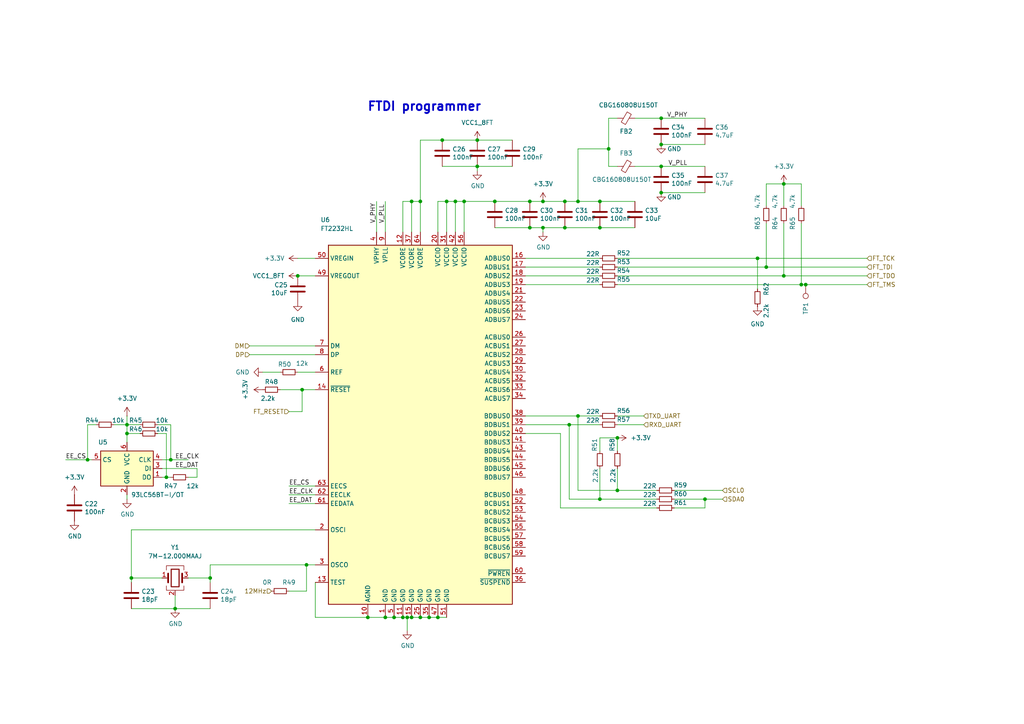
<source format=kicad_sch>
(kicad_sch (version 20250114) (generator "eeschema") (generator_version "9.0")
  (paper "A4")
  (title_block (date "2026-01-17") (rev "0") (comment 1 "Ing. Daniele Basile") (comment 2 "asterix24@gmail.com"))
  (lib_symbols
    (symbol "Device:C" (pin_numbers (hide yes)) (pin_names (offset 0.254))
      (property "Reference" "C" (at 0.635 2.54 0))
      (property "Value" "C" (at 0.635 -2.54 0))
      (symbol "C_0_1"
        (polyline (pts (xy -2.032 0.762) (xy 2.032 0.762)) (stroke (width 0.508)))
        (polyline (pts (xy -2.032 -0.762) (xy 2.032 -0.762)) (stroke (width 0.508)))
      )
      (symbol "C_1_1"
        (pin passive line (at 0 3.81 270) (length 2.794) (name "~") (number "1"))
        (pin passive line (at 0 -3.81 90) (length 2.794) (name "~") (number "2"))
      )
    )
    (symbol "Device:Crystal_GND24" (pin_names (offset 1.016) (hide yes))
      (property "Reference" "Y" (at 3.175 5.08 0))
      (property "Value" "Crystal_GND24" (at 3.175 3.175 0))
      (symbol "Crystal_GND24_0_1"
        (polyline (pts (xy -2.54 2.286) (xy -2.54 3.556) (xy 2.54 3.556) (xy 2.54 2.286)))
        (polyline (pts (xy -2.54 0) (xy -2.032 0)))
        (polyline (pts (xy -2.54 -2.286) (xy -2.54 -3.556) (xy 2.54 -3.556) (xy 2.54 -2.286)))
        (polyline (pts (xy -2.032 -1.27) (xy -2.032 1.27)) (stroke (width 0.508)))
        (rectangle (start -1.143 2.54) (end 1.143 -2.54) (stroke (width 0.3048)))
        (polyline (pts (xy 0 -3.81) (xy 0 -3.556)))
        (polyline (pts (xy 2.032 0) (xy 2.54 0)))
        (polyline (pts (xy 2.032 -1.27) (xy 2.032 1.27)) (stroke (width 0.508)))
      )
      (symbol "Crystal_GND24_1_1"
        (pin passive line (at -3.81 0 0) (length 1.27) (name "1") (number "1"))
        (pin passive line (at 0 -5.08 90) (length 1.27) (name "G") (number "2"))
        (pin passive line (at 0 -5.08 90) (length 1.27) (hide yes) (name "G") (number "4"))
        (pin passive line (at 3.81 0 180) (length 1.27) (name "3") (number "3"))
      )
    )
    (symbol "Interface_USB:FT2232HL"
      (property "Reference" "U" (at -26.67 53.34 0))
      (property "Value" "FT2232HL" (at 19.05 53.34 0))
      (symbol "FT2232HL_0_1"
        (rectangle (start -26.67 -52.07) (end 26.67 52.07) (stroke (width 0.254)) (fill (type background)))
      )
      (symbol "FT2232HL_1_1"
        (pin power_in line (at -30.48 48.26 0) (length 3.81) (name "VREGIN") (number "50"))
        (pin power_out line (at -30.48 43.18 0) (length 3.81) (name "VREGOUT") (number "49"))
        (pin bidirectional line (at -30.48 22.86 0) (length 3.81) (name "DM") (number "7"))
        (pin bidirectional line (at -30.48 20.32 0) (length 3.81) (name "DP") (number "8"))
        (pin output line (at -30.48 15.24 0) (length 3.81) (name "REF") (number "6"))
        (pin input line (at -30.48 10.16 0) (length 3.81) (name "~{RESET}") (number "14"))
        (pin output line (at -30.48 -17.78 0) (length 3.81) (name "EECS") (number "63"))
        (pin output line (at -30.48 -20.32 0) (length 3.81) (name "EECLK") (number "62"))
        (pin bidirectional line (at -30.48 -22.86 0) (length 3.81) (name "EEDATA") (number "61"))
        (pin input line (at -30.48 -30.48 0) (length 3.81) (name "OSCI") (number "2"))
        (pin output line (at -30.48 -40.64 0) (length 3.81) (name "OSCO") (number "3"))
        (pin input line (at -30.48 -45.72 0) (length 3.81) (name "TEST") (number "13"))
        (pin power_in line (at -15.24 -55.88 90) (length 3.81) (name "AGND") (number "10"))
        (pin power_in line (at -12.7 55.88 270) (length 3.81) (name "VPHY") (number "4"))
        (pin input line (at -10.16 55.88 270) (length 3.81) (name "VPLL") (number "9"))
        (pin power_in line (at -10.16 -55.88 90) (length 3.81) (name "GND") (number "1"))
        (pin power_in line (at -7.62 -55.88 90) (length 3.81) (name "GND") (number "5"))
        (pin power_in line (at -5.08 55.88 270) (length 3.81) (name "VCORE") (number "12"))
        (pin power_in line (at -5.08 -55.88 90) (length 3.81) (name "GND") (number "11"))
        (pin power_in line (at -2.54 55.88 270) (length 3.81) (name "VCORE") (number "37"))
        (pin power_in line (at -2.54 -55.88 90) (length 3.81) (name "GND") (number "15"))
        (pin power_in line (at 0 55.88 270) (length 3.81) (name "VCORE") (number "64"))
        (pin power_in line (at 0 -55.88 90) (length 3.81) (name "GND") (number "25"))
        (pin power_in line (at 2.54 -55.88 90) (length 3.81) (name "GND") (number "35"))
        (pin power_in line (at 5.08 55.88 270) (length 3.81) (name "VCCIO") (number "20"))
        (pin power_in line (at 5.08 -55.88 90) (length 3.81) (name "GND") (number "47"))
        (pin power_in line (at 7.62 55.88 270) (length 3.81) (name "VCCIO") (number "31"))
        (pin power_in line (at 7.62 -55.88 90) (length 3.81) (name "GND") (number "51"))
        (pin power_in line (at 10.16 55.88 270) (length 3.81) (name "VCCIO") (number "42"))
        (pin power_in line (at 12.7 55.88 270) (length 3.81) (name "VCCIO") (number "56"))
        (pin bidirectional line (at 30.48 48.26 180) (length 3.81) (name "ADBUS0") (number "16"))
        (pin bidirectional line (at 30.48 45.72 180) (length 3.81) (name "ADBUS1") (number "17"))
        (pin bidirectional line (at 30.48 43.18 180) (length 3.81) (name "ADBUS2") (number "18"))
        (pin bidirectional line (at 30.48 40.64 180) (length 3.81) (name "ADBUS3") (number "19"))
        (pin bidirectional line (at 30.48 38.1 180) (length 3.81) (name "ADBUS4") (number "21"))
        (pin bidirectional line (at 30.48 35.56 180) (length 3.81) (name "ADBUS5") (number "22"))
        (pin bidirectional line (at 30.48 33.02 180) (length 3.81) (name "ADBUS6") (number "23"))
        (pin bidirectional line (at 30.48 30.48 180) (length 3.81) (name "ADBUS7") (number "24"))
        (pin bidirectional line (at 30.48 25.4 180) (length 3.81) (name "ACBUS0") (number "26"))
        (pin bidirectional line (at 30.48 22.86 180) (length 3.81) (name "ACBUS1") (number "27"))
        (pin bidirectional line (at 30.48 20.32 180) (length 3.81) (name "ACBUS2") (number "28"))
        (pin bidirectional line (at 30.48 17.78 180) (length 3.81) (name "ACBUS3") (number "29"))
        (pin bidirectional line (at 30.48 15.24 180) (length 3.81) (name "ACBUS4") (number "30"))
        (pin bidirectional line (at 30.48 12.7 180) (length 3.81) (name "ACBUS5") (number "32"))
        (pin bidirectional line (at 30.48 10.16 180) (length 3.81) (name "ACBUS6") (number "33"))
        (pin bidirectional line (at 30.48 7.62 180) (length 3.81) (name "ACBUS7") (number "34"))
        (pin bidirectional line (at 30.48 2.54 180) (length 3.81) (name "BDBUS0") (number "38"))
        (pin bidirectional line (at 30.48 0 180) (length 3.81) (name "BDBUS1") (number "39"))
        (pin bidirectional line (at 30.48 -2.54 180) (length 3.81) (name "BDBUS2") (number "40"))
        (pin bidirectional line (at 30.48 -5.08 180) (length 3.81) (name "BDBUS3") (number "41"))
        (pin bidirectional line (at 30.48 -7.62 180) (length 3.81) (name "BDBUS4") (number "43"))
        (pin bidirectional line (at 30.48 -10.16 180) (length 3.81) (name "BDBUS5") (number "44"))
        (pin bidirectional line (at 30.48 -12.7 180) (length 3.81) (name "BDBUS6") (number "45"))
        (pin bidirectional line (at 30.48 -15.24 180) (length 3.81) (name "BDBUS7") (number "46"))
        (pin bidirectional line (at 30.48 -20.32 180) (length 3.81) (name "BCBUS0") (number "48"))
        (pin bidirectional line (at 30.48 -22.86 180) (length 3.81) (name "BCBUS1") (number "52"))
        (pin bidirectional line (at 30.48 -25.4 180) (length 3.81) (name "BCBUS2") (number "53"))
        (pin bidirectional line (at 30.48 -27.94 180) (length 3.81) (name "BCBUS3") (number "54"))
        (pin bidirectional line (at 30.48 -30.48 180) (length 3.81) (name "BCBUS4") (number "55"))
        (pin bidirectional line (at 30.48 -33.02 180) (length 3.81) (name "BCBUS5") (number "57"))
        (pin bidirectional line (at 30.48 -35.56 180) (length 3.81) (name "BCBUS6") (number "58"))
        (pin bidirectional line (at 30.48 -38.1 180) (length 3.81) (name "BCBUS7") (number "59"))
        (pin output line (at 30.48 -43.18 180) (length 3.81) (name "~{PWREN}") (number "60"))
        (pin output line (at 30.48 -45.72 180) (length 3.81) (name "~{SUSPEND}") (number "36"))
      )
    )
    (symbol "UPduino_v3.0:93LCxxBxxOT-Memory_EEPROM"
      (property "Reference" "U" (at -6.35 6.35 0))
      (property "Value" "93LCxxBxxOT-Memory_EEPROM" (at 7.62 -6.35 0))
      (symbol "93LCxxBxxOT-Memory_EEPROM_0_1"
        (rectangle (start -7.62 5.08) (end 7.62 -5.08) (stroke (width 0.254)) (fill (type background)))
      )
      (symbol "93LCxxBxxOT-Memory_EEPROM_1_1"
        (pin input line (at -10.16 2.54 0) (length 2.54) (name "CS") (number "5"))
        (pin power_in line (at 0 7.62 270) (length 2.54) (name "VCC") (number "6"))
        (pin power_in line (at 0 -7.62 90) (length 2.54) (name "GND") (number "2"))
        (pin input line (at 10.16 2.54 180) (length 2.54) (name "CLK") (number "4"))
        (pin input line (at 10.16 0 180) (length 2.54) (name "DI") (number "3"))
        (pin tri_state line (at 10.16 -2.54 180) (length 2.54) (name "DO") (number "1"))
      )
    )
    (symbol "UPduino_v3.0:Connector_TestPoint" (pin_numbers (hide yes)) (pin_names (offset 0.762) (hide yes))
      (property "Reference" "TP" (at 0 6.858 0))
      (property "Value" "Connector_TestPoint" (at 0 5.08 0))
      (symbol "Connector_TestPoint_0_1"
        (circle (center 0 3.302) (radius 0.762))
      )
      (symbol "Connector_TestPoint_1_1"
        (pin passive line (at 0 0 90) (length 2.54) (name "1") (number "1"))
      )
    )
    (symbol "UPduino_v3.0:Device_C" (pin_numbers (hide yes)) (pin_names (offset 0.254))
      (property "Reference" "C" (at 0.635 2.54 0))
      (property "Value" "Device_C" (at 0.635 -2.54 0))
      (symbol "Device_C_0_1"
        (polyline (pts (xy -2.032 0.762) (xy 2.032 0.762)) (stroke (width 0.508)))
        (polyline (pts (xy -2.032 -0.762) (xy 2.032 -0.762)) (stroke (width 0.508)))
      )
      (symbol "Device_C_1_1"
        (pin passive line (at 0 3.81 270) (length 2.794) (name "~") (number "1"))
        (pin passive line (at 0 -3.81 90) (length 2.794) (name "~") (number "2"))
      )
    )
    (symbol "UPduino_v3.0:Device_Ferrite_Bead_Small" (pin_numbers (hide yes)) (pin_names (offset 0))
      (property "Reference" "FB" (at 1.905 1.27 0))
      (property "Value" "Device_Ferrite_Bead_Small" (at 1.905 -1.27 0))
      (symbol "Device_Ferrite_Bead_Small_0_1"
        (polyline (pts (xy -1.8288 0.2794) (xy -1.1176 1.4986) (xy 1.8288 -0.2032) (xy 1.1176 -1.4224) (xy -1.8288 0.2794)))
        (polyline (pts (xy 0 0.889) (xy 0 1.2954)))
        (polyline (pts (xy 0 -1.27) (xy 0 -0.7874)))
      )
      (symbol "Device_Ferrite_Bead_Small_1_1"
        (pin passive line (at 0 2.54 270) (length 1.27) (name "~") (number "1"))
        (pin passive line (at 0 -2.54 90) (length 1.27) (name "~") (number "2"))
      )
    )
    (symbol "UPduino_v3.0:Device_R_Small" (pin_numbers (hide yes)) (pin_names (offset 0.254) (hide yes))
      (property "Reference" "R" (at 0.762 0.508 0))
      (property "Value" "Device_R_Small" (at 0.762 -1.016 0))
      (symbol "Device_R_Small_0_1"
        (rectangle (start -0.762 1.778) (end 0.762 -1.778) (stroke (width 0.2032)))
      )
      (symbol "Device_R_Small_1_1"
        (pin passive line (at 0 2.54 270) (length 0.762) (name "~") (number "1"))
        (pin passive line (at 0 -2.54 90) (length 0.762) (name "~") (number "2"))
      )
    )
    (symbol "UPduino_v3.0:power_GND" (power) (pin_names (offset 0))
      (property "Value" "power_GND" (at 0 -3.81 0))
      (symbol "power_GND_0_1"
        (polyline (pts (xy 0 0) (xy 0 -1.27) (xy 1.27 -1.27) (xy 0 -2.54) (xy -1.27 -1.27) (xy 0 -1.27)))
      )
      (symbol "power_GND_1_1"
        (pin power_in line (at 0 0 270) (length 0) (hide yes) (name "GND") (number "1"))
      )
    )
    (symbol "power:+3.3V" (power) (pin_numbers (hide yes)) (pin_names (offset 0) (hide yes))
      (property "Value" "+3.3V" (at 0 3.556 0))
      (symbol "+3.3V_0_1"
        (polyline (pts (xy -0.762 1.27) (xy 0 2.54)))
        (polyline (pts (xy 0 2.54) (xy 0.762 1.27)))
        (polyline (pts (xy 0 0) (xy 0 2.54)))
      )
      (symbol "+3.3V_1_1"
        (pin power_in line (at 0 0 90) (length 0) (name "~") (number "1"))
      )
    )
    (symbol "power:GND" (power) (pin_numbers (hide yes)) (pin_names (offset 0) (hide yes))
      (property "Value" "GND" (at 0 -3.81 0))
      (symbol "GND_0_1"
        (polyline (pts (xy 0 0) (xy 0 -1.27) (xy 1.27 -1.27) (xy 0 -2.54) (xy -1.27 -1.27) (xy 0 -1.27)))
      )
      (symbol "GND_1_1"
        (pin power_in line (at 0 0 270) (length 0) (name "~") (number "1"))
      )
    )
  )
  (text "FTDI programmer" (at 106.426 32.512 0) (effects (font (size 2.54 2.54) (thickness 0.508) (bold yes)) (justify left bottom)))
  (junction (at 25.4 133.35))
  (junction (at 138.43 48.26))
  (junction (at 119.38 179.07))
  (junction (at 121.92 179.07))
  (junction (at 176.53 43.18))
  (junction (at 191.77 41.91))
  (junction (at 114.3 179.07))
  (junction (at 173.99 144.78))
  (junction (at 232.41 82.55))
  (junction (at 179.07 142.24))
  (junction (at 60.96 167.64))
  (junction (at 167.64 120.65))
  (junction (at 128.27 40.64))
  (junction (at 36.83 125.73))
  (junction (at 143.51 58.42))
  (junction (at 121.92 58.42))
  (junction (at 204.47 144.78))
  (junction (at 48.26 138.43))
  (junction (at 111.76 179.07))
  (junction (at 50.8 176.53))
  (junction (at 153.67 66.04))
  (junction (at 173.99 66.04))
  (junction (at 222.25 77.47))
  (junction (at 127 179.07))
  (junction (at 227.33 80.01))
  (junction (at 138.43 40.64))
  (junction (at 163.83 66.04))
  (junction (at 49.53 133.35))
  (junction (at 167.64 58.42))
  (junction (at 86.36 80.01))
  (junction (at 191.77 34.29))
  (junction (at 153.67 58.42))
  (junction (at 119.38 58.42))
  (junction (at 227.33 53.34))
  (junction (at 88.9 163.83))
  (junction (at 219.71 74.93))
  (junction (at 116.84 179.07))
  (junction (at 173.99 58.42))
  (junction (at 106.68 179.07))
  (junction (at 179.07 127))
  (junction (at 87.63 113.03))
  (junction (at 157.48 58.42))
  (junction (at 233.68 82.55))
  (junction (at 157.48 66.04))
  (junction (at 165.1 123.19))
  (junction (at 38.1 167.64))
  (junction (at 191.77 48.26))
  (junction (at 191.77 55.88))
  (junction (at 118.11 179.07))
  (junction (at 163.83 58.42))
  (junction (at 134.62 58.42))
  (junction (at 129.54 58.42))
  (junction (at 36.83 123.19))
  (junction (at 124.46 179.07))
  (junction (at 132.08 58.42))
  (wire (pts (xy 179.07 77.47) (xy 222.25 77.47)))
  (wire (pts (xy 46.99 138.43) (xy 48.26 138.43)))
  (wire (pts (xy 45.72 123.19) (xy 49.53 123.19)))
  (wire (pts (xy 173.99 66.04) (xy 184.15 66.04)))
  (wire (pts (xy 72.39 102.87) (xy 91.44 102.87)))
  (wire (pts (xy 118.11 179.07) (xy 119.38 179.07)))
  (wire (pts (xy 88.9 171.45) (xy 88.9 163.83)))
  (wire (pts (xy 33.02 123.19) (xy 36.83 123.19)))
  (wire (pts (xy 173.99 58.42) (xy 184.15 58.42)))
  (wire (pts (xy 152.4 123.19) (xy 165.1 123.19)))
  (wire (pts (xy 48.26 125.73) (xy 48.26 138.43)))
  (wire (pts (xy 219.71 74.93) (xy 219.71 83.82)))
  (wire (pts (xy 86.36 74.93) (xy 91.44 74.93)))
  (wire (pts (xy 157.48 66.04) (xy 163.83 66.04)))
  (wire (pts (xy 46.99 135.89) (xy 57.15 135.89)))
  (wire (pts (xy 40.64 125.73) (xy 36.83 125.73)))
  (wire (pts (xy 232.41 64.77) (xy 232.41 82.55)))
  (wire (pts (xy 176.53 34.29) (xy 179.07 34.29)))
  (wire (pts (xy 81.28 113.03) (xy 87.63 113.03)))
  (wire (pts (xy 204.47 41.91) (xy 191.77 41.91)))
  (wire (pts (xy 184.15 34.29) (xy 191.77 34.29)))
  (wire (pts (xy 157.48 58.42) (xy 163.83 58.42)))
  (wire (pts (xy 167.64 120.65) (xy 173.99 120.65)))
  (wire (pts (xy 138.43 48.26) (xy 148.59 48.26)))
  (wire (pts (xy 222.25 64.77) (xy 222.25 77.47)))
  (wire (pts (xy 38.1 153.67) (xy 38.1 167.64)))
  (wire (pts (xy 165.1 123.19) (xy 173.99 123.19)))
  (wire (pts (xy 222.25 53.34) (xy 227.33 53.34)))
  (wire (pts (xy 54.61 167.64) (xy 60.96 167.64)))
  (wire (pts (xy 27.94 123.19) (xy 25.4 123.19)))
  (wire (pts (xy 162.56 125.73) (xy 152.4 125.73)))
  (wire (pts (xy 152.4 80.01) (xy 173.99 80.01)))
  (wire (pts (xy 138.43 49.53) (xy 138.43 48.26)))
  (wire (pts (xy 60.96 163.83) (xy 60.96 167.64)))
  (wire (pts (xy 148.59 40.64) (xy 138.43 40.64)))
  (wire (pts (xy 49.53 123.19) (xy 49.53 133.35)))
  (wire (pts (xy 195.58 142.24) (xy 209.55 142.24)))
  (wire (pts (xy 118.11 182.88) (xy 118.11 179.07)))
  (wire (pts (xy 38.1 176.53) (xy 50.8 176.53)))
  (wire (pts (xy 119.38 179.07) (xy 121.92 179.07)))
  (wire (pts (xy 173.99 127) (xy 179.07 127)))
  (wire (pts (xy 127 67.31) (xy 127 58.42)))
  (wire (pts (xy 25.4 133.35) (xy 19.05 133.35)))
  (wire (pts (xy 128.27 40.64) (xy 121.92 40.64)))
  (wire (pts (xy 109.22 67.31) (xy 109.22 58.42)))
  (wire (pts (xy 163.83 58.42) (xy 167.64 58.42)))
  (wire (pts (xy 87.63 119.38) (xy 87.63 113.03)))
  (wire (pts (xy 60.96 168.91) (xy 60.96 167.64)))
  (wire (pts (xy 50.8 172.72) (xy 50.8 176.53)))
  (wire (pts (xy 119.38 67.31) (xy 119.38 58.42)))
  (wire (pts (xy 227.33 80.01) (xy 251.46 80.01)))
  (wire (pts (xy 173.99 135.89) (xy 173.99 144.78)))
  (wire (pts (xy 179.07 82.55) (xy 232.41 82.55)))
  (wire (pts (xy 91.44 107.95) (xy 86.36 107.95)))
  (wire (pts (xy 83.82 143.51) (xy 91.44 143.51)))
  (wire (pts (xy 232.41 53.34) (xy 227.33 53.34)))
  (wire (pts (xy 134.62 67.31) (xy 134.62 58.42)))
  (wire (pts (xy 179.07 135.89) (xy 179.07 142.24)))
  (wire (pts (xy 143.51 58.42) (xy 153.67 58.42)))
  (wire (pts (xy 167.64 43.18) (xy 167.64 58.42)))
  (wire (pts (xy 204.47 147.32) (xy 204.47 144.78)))
  (wire (pts (xy 83.82 146.05) (xy 91.44 146.05)))
  (wire (pts (xy 46.99 167.64) (xy 38.1 167.64)))
  (wire (pts (xy 121.92 40.64) (xy 121.92 58.42)))
  (wire (pts (xy 152.4 74.93) (xy 173.99 74.93)))
  (wire (pts (xy 167.64 142.24) (xy 179.07 142.24)))
  (wire (pts (xy 163.83 66.04) (xy 173.99 66.04)))
  (wire (pts (xy 49.53 133.35) (xy 54.61 133.35)))
  (wire (pts (xy 129.54 58.42) (xy 132.08 58.42)))
  (wire (pts (xy 114.3 179.07) (xy 116.84 179.07)))
  (wire (pts (xy 152.4 77.47) (xy 173.99 77.47)))
  (wire (pts (xy 116.84 58.42) (xy 119.38 58.42)))
  (wire (pts (xy 83.82 119.38) (xy 87.63 119.38)))
  (wire (pts (xy 138.43 40.64) (xy 128.27 40.64)))
  (wire (pts (xy 87.63 113.03) (xy 91.44 113.03)))
  (wire (pts (xy 134.62 58.42) (xy 143.51 58.42)))
  (wire (pts (xy 72.39 100.33) (xy 91.44 100.33)))
  (wire (pts (xy 111.76 179.07) (xy 114.3 179.07)))
  (wire (pts (xy 179.07 123.19) (xy 186.69 123.19)))
  (wire (pts (xy 173.99 130.81) (xy 173.99 127)))
  (wire (pts (xy 86.36 80.01) (xy 91.44 80.01)))
  (wire (pts (xy 227.33 53.34) (xy 227.33 59.69)))
  (wire (pts (xy 222.25 77.47) (xy 251.46 77.47)))
  (wire (pts (xy 106.68 179.07) (xy 111.76 179.07)))
  (wire (pts (xy 162.56 147.32) (xy 162.56 125.73)))
  (wire (pts (xy 167.64 142.24) (xy 167.64 120.65)))
  (wire (pts (xy 227.33 64.77) (xy 227.33 80.01)))
  (wire (pts (xy 176.53 48.26) (xy 179.07 48.26)))
  (wire (pts (xy 204.47 55.88) (xy 191.77 55.88)))
  (wire (pts (xy 116.84 67.31) (xy 116.84 58.42)))
  (wire (pts (xy 38.1 167.64) (xy 38.1 168.91)))
  (wire (pts (xy 25.4 123.19) (xy 25.4 133.35)))
  (wire (pts (xy 121.92 58.42) (xy 121.92 67.31)))
  (wire (pts (xy 46.99 133.35) (xy 49.53 133.35)))
  (wire (pts (xy 116.84 179.07) (xy 118.11 179.07)))
  (wire (pts (xy 111.76 67.31) (xy 111.76 58.42)))
  (wire (pts (xy 45.72 125.73) (xy 48.26 125.73)))
  (wire (pts (xy 176.53 43.18) (xy 176.53 48.26)))
  (wire (pts (xy 152.4 120.65) (xy 167.64 120.65)))
  (wire (pts (xy 152.4 82.55) (xy 173.99 82.55)))
  (wire (pts (xy 124.46 179.07) (xy 127 179.07)))
  (wire (pts (xy 48.26 138.43) (xy 49.53 138.43)))
  (wire (pts (xy 128.27 48.26) (xy 138.43 48.26)))
  (wire (pts (xy 195.58 147.32) (xy 204.47 147.32)))
  (wire (pts (xy 195.58 144.78) (xy 204.47 144.78)))
  (wire (pts (xy 91.44 163.83) (xy 88.9 163.83)))
  (wire (pts (xy 121.92 179.07) (xy 124.46 179.07)))
  (wire (pts (xy 191.77 48.26) (xy 204.47 48.26)))
  (wire (pts (xy 50.8 176.53) (xy 60.96 176.53)))
  (wire (pts (xy 179.07 127) (xy 179.07 130.81)))
  (wire (pts (xy 91.44 153.67) (xy 38.1 153.67)))
  (wire (pts (xy 153.67 66.04) (xy 157.48 66.04)))
  (wire (pts (xy 132.08 58.42) (xy 134.62 58.42)))
  (wire (pts (xy 54.61 138.43) (xy 57.15 138.43)))
  (wire (pts (xy 165.1 144.78) (xy 173.99 144.78)))
  (wire (pts (xy 204.47 144.78) (xy 209.55 144.78)))
  (wire (pts (xy 232.41 59.69) (xy 232.41 53.34)))
  (wire (pts (xy 129.54 179.07) (xy 127 179.07)))
  (wire (pts (xy 88.9 163.83) (xy 60.96 163.83)))
  (wire (pts (xy 91.44 179.07) (xy 106.68 179.07)))
  (wire (pts (xy 173.99 58.42) (xy 167.64 58.42)))
  (wire (pts (xy 40.64 123.19) (xy 36.83 123.19)))
  (wire (pts (xy 184.15 48.26) (xy 191.77 48.26)))
  (wire (pts (xy 36.83 123.19) (xy 36.83 125.73)))
  (wire (pts (xy 36.83 123.19) (xy 36.83 120.65)))
  (wire (pts (xy 57.15 138.43) (xy 57.15 135.89)))
  (wire (pts (xy 91.44 168.91) (xy 91.44 179.07)))
  (wire (pts (xy 179.07 74.93) (xy 219.71 74.93)))
  (wire (pts (xy 129.54 67.31) (xy 129.54 58.42)))
  (wire (pts (xy 233.68 82.55) (xy 251.46 82.55)))
  (wire (pts (xy 190.5 147.32) (xy 162.56 147.32)))
  (wire (pts (xy 191.77 34.29) (xy 204.47 34.29)))
  (wire (pts (xy 179.07 80.01) (xy 227.33 80.01)))
  (wire (pts (xy 222.25 53.34) (xy 222.25 59.69)))
  (wire (pts (xy 83.82 140.97) (xy 91.44 140.97)))
  (wire (pts (xy 157.48 67.31) (xy 157.48 66.04)))
  (wire (pts (xy 132.08 67.31) (xy 132.08 58.42)))
  (wire (pts (xy 36.83 144.78) (xy 36.83 143.51)))
  (wire (pts (xy 36.83 125.73) (xy 36.83 128.27)))
  (wire (pts (xy 173.99 144.78) (xy 190.5 144.78)))
  (wire (pts (xy 153.67 58.42) (xy 157.48 58.42)))
  (wire (pts (xy 167.64 43.18) (xy 176.53 43.18)))
  (wire (pts (xy 26.67 133.35) (xy 25.4 133.35)))
  (wire (pts (xy 179.07 120.65) (xy 186.69 120.65)))
  (wire (pts (xy 165.1 144.78) (xy 165.1 123.19)))
  (wire (pts (xy 143.51 66.04) (xy 153.67 66.04)))
  (wire (pts (xy 219.71 74.93) (xy 251.46 74.93)))
  (wire (pts (xy 179.07 142.24) (xy 190.5 142.24)))
  (wire (pts (xy 83.82 171.45) (xy 88.9 171.45)))
  (wire (pts (xy 127 58.42) (xy 129.54 58.42)))
  (wire (pts (xy 81.28 107.95) (xy 76.2 107.95)))
  (wire (pts (xy 119.38 58.42) (xy 121.92 58.42)))
  (wire (pts (xy 176.53 34.29) (xy 176.53 43.18)))
  (wire (pts (xy 232.41 82.55) (xy 233.68 82.55)))
  (label "V_PLL" (at 199.39 48.26 180))
  (label "EE_DAT" (at 83.82 146.05 0))
  (label "EE_CLK" (at 50.8 133.35 0))
  (label "EE_CS" (at 83.82 140.97 0))
  (label "V_PHY" (at 109.22 64.77 90))
  (label "EE_DAT" (at 50.8 135.89 0))
  (label "EE_CLK" (at 83.82 143.51 0))
  (label "V_PLL" (at 111.76 64.77 90))
  (label "EE_CS" (at 19.05 133.35 0))
  (label "V_PHY" (at 199.39 34.29 180))
  (hierarchical_label "SCL0" (shape input) (at 209.55 142.24 0))
  (hierarchical_label "RXD_UART" (shape input) (at 186.69 123.19 0))
  (hierarchical_label "SDA0" (shape input) (at 209.55 144.78 0))
  (hierarchical_label "FT_TDI" (shape input) (at 251.46 77.47 0))
  (hierarchical_label "FT_TCK" (shape input) (at 251.46 74.93 0))
  (hierarchical_label "12MHz" (shape input) (at 78.74 171.45 180))
  (hierarchical_label "DP" (shape input) (at 72.39 102.87 180))
  (hierarchical_label "FT_RESET" (shape input) (at 83.82 119.38 180))
  (hierarchical_label "DM" (shape input) (at 72.39 100.33 180))
  (hierarchical_label "FT_TDO" (shape input) (at 251.46 80.01 0))
  (hierarchical_label "FT_TMS" (shape input) (at 251.46 82.55 0))
  (hierarchical_label "TXD_UART" (shape input) (at 186.69 120.65 0))
  (symbol (lib_id "UPduino_v3.0:power_GND") (at 36.83 144.78 0) (unit 1)
    (property "Reference" "#PWR073" (effects (hide yes)))
    (property "Value" "GND" (at 36.957 149.1742 0))
  )
  (symbol (lib_id "UPduino_v3.0:Device_R_Small") (at 52.07 138.43 270) (unit 1)
    (property "Reference" "R47" (at 49.53 140.97 90))
    (property "Value" "12k" (at 55.88 140.97 90))
    (property "Footprint" "Resistor_SMD:R_0603_1608Metric" (effects (hide yes)))
  )
  (symbol (lib_id "UPduino_v3.0:Connector_TestPoint") (at 233.68 82.55 180) (unit 1)
    (property "Reference" "TP1" (at 233.68 87.63 90) (effects (justify left)))
    (property "Value" "TestPoint" (effects (hide yes)))
    (property "Footprint" "TestPoint:TestPoint_Pad_D1.0mm" (effects (hide yes)))
  )
  (symbol (lib_id "UPduino_v3.0:Device_R_Small") (at 43.18 123.19 270) (unit 1)
    (property "Reference" "R45" (at 39.37 121.92 90))
    (property "Value" "10k" (at 46.99 121.92 90))
    (property "Footprint" "Resistor_SMD:R_0603_1608Metric" (effects (hide yes)))
  )
  (symbol (lib_id "UPduino_v3.0:Device_R_Small") (at 43.18 125.73 270) (unit 1)
    (property "Reference" "R46" (at 39.37 124.46 90))
    (property "Value" "10k" (at 46.99 124.46 90))
    (property "Footprint" "Resistor_SMD:R_0603_1608Metric" (effects (hide yes)))
  )
  (symbol (lib_id "UPduino_v3.0:Device_C") (at 21.59 147.32 0) (unit 1)
    (property "Reference" "C22" (at 24.511 146.1516 0) (effects (justify left)))
    (property "Value" "100nF" (at 24.511 148.463 0) (effects (justify left)))
    (property "Footprint" "Capacitor_SMD:C_0603_1608Metric" (effects (hide yes)))
  )
  (symbol (lib_id "UPduino_v3.0:power_GND") (at 21.59 151.13 0) (unit 1)
    (property "Reference" "#PWR071" (effects (hide yes)))
    (property "Value" "GND" (at 21.717 155.5242 0))
  )
  (symbol (lib_id "power:+3.3V") (at 36.83 120.65 0) (unit 1)
    (property "Reference" "#PWR072" (effects (hide yes)))
    (property "Value" "+3.3V" (at 36.83 115.57 0))
    (property "Description" "Power symbol creates a global label with name \"+3.3V\"" (effects (hide yes)))
  )
  (symbol (lib_id "UPduino_v3.0:Device_R_Small") (at 176.53 82.55 90) (unit 1)
    (property "Reference" "R55" (at 180.848 81.026 90))
    (property "Value" "22R" (at 171.958 81.28 90))
    (property "Footprint" "Resistor_SMD:R_01005_0402Metric_Pad0.57x0.30mm_HandSolder" (effects (hide yes)))
  )
  (symbol (lib_id "UPduino_v3.0:power_GND") (at 157.48 67.31 0) (unit 1)
    (property "Reference" "#PWR084" (effects (hide yes)))
    (property "Value" "GND" (at 157.607 71.7042 0))
  )
  (symbol (lib_id "power:GND") (at 219.71 88.9 0) (unit 1)
    (property "Reference" "#PWR088" (effects (hide yes)))
    (property "Value" "GND" (at 219.71 93.98 0))
    (property "Description" "Power symbol creates a global label with name \"GND\" , ground" (effects (hide yes)))
  )
  (symbol (lib_id "UPduino_v3.0:Device_R_Small") (at 193.04 147.32 90) (unit 1)
    (property "Reference" "R61" (at 197.358 145.796 90))
    (property "Value" "22R" (at 188.468 146.05 90))
    (property "Footprint" "Resistor_SMD:R_01005_0402Metric_Pad0.57x0.30mm_HandSolder" (effects (hide yes)))
    (property "Mfg" "‎Yageo‎" (effects (hide yes)))
    (property "Mfg_1" "UNI-ROYAL(Uniroyal Elec)" (effects (hide yes)))
    (property "PN" "RC0201FR-0720RL" (effects (hide yes)))
    (property "PN_1" "0201WMF200JTCE" (effects (hide yes)))
  )
  (symbol (lib_id "UPduino_v3.0:Device_R_Small") (at 176.53 120.65 90) (unit 1)
    (property "Reference" "R56" (at 180.848 119.126 90))
    (property "Value" "22R" (at 171.958 119.38 90))
    (property "Footprint" "Resistor_SMD:R_01005_0402Metric_Pad0.57x0.30mm_HandSolder" (effects (hide yes)))
  )
  (symbol (lib_id "Interface_USB:FT2232HL") (at 121.92 123.19 0) (unit 1)
    (property "Reference" "U6" (at 92.964 63.754 0) (effects (justify left)))
    (property "Value" "FT2232HL" (at 92.964 66.294 0) (effects (justify left)))
    (property "Footprint" "Package_QFP:LQFP-64_10x10mm_P0.5mm" (effects (hide yes)))
    (property "Datasheet" "https://www.ftdichip.com/Support/Documents/DataSheets/ICs/DS_FT2232H.pdf" (effects (hide yes)))
    (property "Description" "Hi Speed Double Channel USB UART/FIFO, LQFP-64" (effects (hide yes)))
  )
  (symbol (lib_id "UPduino_v3.0:Device_R_Small") (at 83.82 107.95 270) (unit 1)
    (property "Reference" "R50" (at 82.55 105.664 90))
    (property "Value" "12k" (at 87.63 105.41 90))
    (property "Footprint" "Resistor_SMD:R_0603_1608Metric" (effects (hide yes)))
    (property "LCSC" "C22790" (effects (hide yes)))
  )
  (symbol (lib_id "UPduino_v3.0:93LCxxBxxOT-Memory_EEPROM") (at 36.83 135.89 0) (unit 1)
    (property "Reference" "U5" (at 29.845 128.27 0))
    (property "Value" "93LC56BT-I/OT" (at 45.72 143.51 0))
    (property "Footprint" "Package_TO_SOT_SMD:SOT-23-6" (effects (hide yes)))
    (property "Datasheet" "http://ww1.microchip.com/downloads/en/DeviceDoc/20001749K.pdf" (effects (hide yes)))
    (property "LCSC" "C190271" (effects (hide yes)))
  )
  (symbol (lib_id "UPduino_v3.0:Device_R_Small") (at 179.07 133.35 180) (unit 1)
    (property "Reference" "R58" (at 177.546 129.032 90))
    (property "Value" "2.2k" (at 177.8 137.922 90))
    (property "Footprint" "Resistor_SMD:R_0603_1608Metric" (effects (hide yes)))
  )
  (symbol (lib_id "UPduino_v3.0:Device_R_Small") (at 219.71 86.36 180) (unit 1)
    (property "Reference" "R62" (at 222.25 83.82 90))
    (property "Value" "2.2k" (at 222.25 90.17 90))
    (property "Footprint" "Resistor_SMD:R_0603_1608Metric" (effects (hide yes)))
    (property "Mfg" "‎Yageo‎" (effects (hide yes)))
    (property "Mfg_1" "UNI-ROYAL(Uniroyal Elec)" (effects (hide yes)))
    (property "PN" "RC0201FR-0720RL" (effects (hide yes)))
    (property "PN_1" "0201WMF200JTCE" (effects (hide yes)))
  )
  (symbol (lib_id "power:+3.3V") (at 179.07 127 270) (unit 1)
    (property "Reference" "#PWR085" (effects (hide yes)))
    (property "Value" "+3.3V" (at 182.88 126.9999 90) (effects (justify left)))
    (property "Description" "Power symbol creates a global label with name \"+3.3V\"" (effects (hide yes)))
  )
  (symbol (lib_id "UPduino_v3.0:Device_R_Small") (at 30.48 123.19 270) (unit 1)
    (property "Reference" "R44" (at 26.67 121.92 90))
    (property "Value" "10k" (at 34.29 121.92 90))
    (property "Footprint" "Resistor_SMD:R_0603_1608Metric" (effects (hide yes)))
  )
  (symbol (lib_id "UPduino_v3.0:Device_C") (at 173.99 62.23 0) (unit 1)
    (property "Reference" "C32" (at 176.911 61.0616 0) (effects (justify left)))
    (property "Value" "100nF" (at 176.911 63.373 0) (effects (justify left)))
    (property "Footprint" "Capacitor_SMD:C_0603_1608Metric" (effects (hide yes)))
  )
  (symbol (lib_id "UPduino_v3.0:Device_C") (at 138.43 44.45 0) (unit 1)
    (property "Reference" "C27" (at 141.351 43.2816 0) (effects (justify left)))
    (property "Value" "100nF" (at 141.351 45.593 0) (effects (justify left)))
    (property "Footprint" "Capacitor_SMD:C_0603_1608Metric" (effects (hide yes)))
  )
  (symbol (lib_id "UPduino_v3.0:Device_R_Small") (at 176.53 80.01 90) (unit 1)
    (property "Reference" "R54" (at 180.848 78.486 90))
    (property "Value" "22R" (at 171.958 78.74 90))
    (property "Footprint" "Resistor_SMD:R_01005_0402Metric_Pad0.57x0.30mm_HandSolder" (effects (hide yes)))
  )
  (symbol (lib_id "power:+3.3V") (at 138.43 40.64 0) (unit 1)
    (property "Reference" "#PWR081" (effects (hide yes)))
    (property "Value" "VCC1_8FT" (at 138.43 35.56 0))
    (property "Description" "Power symbol creates a global label with name \"+3.3V\"" (effects (hide yes)))
  )
  (symbol (lib_id "UPduino_v3.0:Device_C") (at 38.1 172.72 0) (unit 1)
    (property "Reference" "C23" (at 41.021 171.5516 0) (effects (justify left)))
    (property "Value" "18pF" (at 41.021 173.863 0) (effects (justify left)))
    (property "Footprint" "Capacitor_SMD:C_0603_1608Metric" (effects (hide yes)))
  )
  (symbol (lib_id "UPduino_v3.0:Device_C") (at 204.47 52.07 0) (unit 1)
    (property "Reference" "C37" (at 207.391 50.9016 0) (effects (justify left)))
    (property "Value" "4.7uF" (at 207.391 53.213 0) (effects (justify left)))
    (property "Footprint" "Capacitor_SMD:C_0805_2012Metric" (effects (hide yes)))
  )
  (symbol (lib_id "UPduino_v3.0:Device_R_Small") (at 173.99 133.35 180) (unit 1)
    (property "Reference" "R51" (at 172.466 129.032 90))
    (property "Value" "2.2k" (at 172.72 137.922 90))
    (property "Footprint" "Resistor_SMD:R_0603_1608Metric" (effects (hide yes)))
  )
  (symbol (lib_id "UPduino_v3.0:Device_C") (at 191.77 52.07 0) (unit 1)
    (property "Reference" "C35" (at 194.691 50.9016 0) (effects (justify left)))
    (property "Value" "100nF" (at 194.691 53.213 0) (effects (justify left)))
    (property "Footprint" "Capacitor_SMD:C_0603_1608Metric" (effects (hide yes)))
  )
  (symbol (lib_id "UPduino_v3.0:Device_R_Small") (at 193.04 144.78 90) (unit 1)
    (property "Reference" "R60" (at 197.358 143.256 90))
    (property "Value" "22R" (at 188.468 143.51 90))
    (property "Footprint" "Resistor_SMD:R_01005_0402Metric_Pad0.57x0.30mm_HandSolder" (effects (hide yes)))
    (property "Mfg" "‎Yageo‎" (effects (hide yes)))
    (property "Mfg_1" "UNI-ROYAL(Uniroyal Elec)" (effects (hide yes)))
    (property "PN" "RC0201FR-074K7L" (effects (hide yes)))
    (property "PN_1" "0201WMF4701TCE" (effects (hide yes)))
  )
  (symbol (lib_id "UPduino_v3.0:Device_C") (at 191.77 38.1 0) (unit 1)
    (property "Reference" "C34" (at 194.691 36.9316 0) (effects (justify left)))
    (property "Value" "100nF" (at 194.691 39.243 0) (effects (justify left)))
    (property "Footprint" "Capacitor_SMD:C_0603_1608Metric" (effects (hide yes)))
  )
  (symbol (lib_id "UPduino_v3.0:Device_C") (at 128.27 44.45 0) (unit 1)
    (property "Reference" "C26" (at 131.191 43.2816 0) (effects (justify left)))
    (property "Value" "100nF" (at 131.191 45.593 0) (effects (justify left)))
    (property "Footprint" "Capacitor_SMD:C_0603_1608Metric" (effects (hide yes)))
  )
  (symbol (lib_id "UPduino_v3.0:Device_Ferrite_Bead_Small") (at 181.61 48.26 270) (unit 1)
    (property "Reference" "FB3" (at 181.61 44.45 90))
    (property "Value" "CBG160808U150T" (at 180.34 52.07 90))
    (property "Footprint" "Inductor_SMD:L_0603_1608Metric" (effects (hide yes)))
    (property "LCSC" "C98495" (effects (hide yes)))
  )
  (symbol (lib_id "UPduino_v3.0:Device_R_Small") (at 78.74 113.03 90) (unit 1)
    (property "Reference" "R48" (at 78.74 110.744 90))
    (property "Value" "2.2k" (at 77.724 115.57 90))
    (property "Footprint" "Resistor_SMD:R_0603_1608Metric" (effects (hide yes)))
  )
  (symbol (lib_id "UPduino_v3.0:Device_C") (at 143.51 62.23 0) (unit 1)
    (property "Reference" "C28" (at 146.431 61.0616 0) (effects (justify left)))
    (property "Value" "100nF" (at 146.431 63.373 0) (effects (justify left)))
    (property "Footprint" "Capacitor_SMD:C_0603_1608Metric" (effects (hide yes)))
  )
  (symbol (lib_id "UPduino_v3.0:power_GND") (at 138.43 49.53 0) (unit 1)
    (property "Reference" "#PWR082" (effects (hide yes)))
    (property "Value" "GND" (at 138.557 53.9242 0))
  )
  (symbol (lib_id "power:+3.3V") (at 227.33 53.34 0) (unit 1)
    (property "Reference" "#PWR089" (effects (hide yes)))
    (property "Value" "+3.3V" (at 227.33 48.26 0))
    (property "Description" "Power symbol creates a global label with name \"+3.3V\"" (effects (hide yes)))
  )
  (symbol (lib_id "Device:C") (at 86.36 83.82 0) (mirror x) (unit 1)
    (property "Reference" "C25" (at 83.4644 82.6516 0) (effects (justify right)))
    (property "Value" "10uF" (at 83.4644 84.963 0) (effects (justify right)))
    (property "Footprint" "Capacitor_SMD:C_1206_3216Metric" (effects (hide yes)))
    (property "Mfg" "Murata Electronics North America" (effects (hide yes)))
    (property "PN" "GRM155R60J106ME15D" (effects (hide yes)))
    (property "Mfg_1" "YAGEO" (effects (hide yes)))
    (property "PN_1" "CC0402MRX5R5BB106" (effects (hide yes)))
  )
  (symbol (lib_id "UPduino_v3.0:power_GND") (at 50.8 176.53 0) (unit 1)
    (property "Reference" "#PWR074" (effects (hide yes)))
    (property "Value" "GND" (at 50.927 180.9242 0))
  )
  (symbol (lib_id "power:GND") (at 76.2 107.95 270) (unit 1)
    (property "Reference" "#PWR075" (effects (hide yes)))
    (property "Value" "GND" (at 72.39 107.9499 90) (effects (justify right)))
    (property "Description" "Power symbol creates a global label with name \"GND\" , ground" (effects (hide yes)))
  )
  (symbol (lib_id "UPduino_v3.0:Device_Ferrite_Bead_Small") (at 181.61 34.29 270) (unit 1)
    (property "Reference" "FB2" (at 181.61 38.1 90))
    (property "Value" "CBG160808U150T" (at 182.245 30.48 90))
    (property "Footprint" "Inductor_SMD:L_0603_1608Metric" (effects (hide yes)))
  )
  (symbol (lib_id "UPduino_v3.0:Device_C") (at 163.83 62.23 0) (unit 1)
    (property "Reference" "C31" (at 166.751 61.0616 0) (effects (justify left)))
    (property "Value" "100nF" (at 166.751 63.373 0) (effects (justify left)))
    (property "Footprint" "Capacitor_SMD:C_0603_1608Metric" (effects (hide yes)))
  )
  (symbol (lib_id "UPduino_v3.0:Device_C") (at 148.59 44.45 0) (unit 1)
    (property "Reference" "C29" (at 151.511 43.2816 0) (effects (justify left)))
    (property "Value" "100nF" (at 151.511 45.593 0) (effects (justify left)))
    (property "Footprint" "Capacitor_SMD:C_0603_1608Metric" (effects (hide yes)))
  )
  (symbol (lib_id "UPduino_v3.0:Device_R_Small") (at 222.25 62.23 0) (unit 1)
    (property "Reference" "R63" (at 219.71 64.77 90))
    (property "Value" "4.7k" (at 219.71 58.42 90))
    (property "Footprint" "Resistor_SMD:R_0603_1608Metric" (effects (hide yes)))
    (property "Mfg" "‎Yageo‎" (effects (hide yes)))
    (property "Mfg_1" "UNI-ROYAL(Uniroyal Elec)" (effects (hide yes)))
    (property "PN" "RC0201FR-0720RL" (effects (hide yes)))
    (property "PN_1" "0201WMF200JTCE" (effects (hide yes)))
  )
  (symbol (lib_id "UPduino_v3.0:power_GND") (at 118.11 182.88 0) (unit 1)
    (property "Reference" "#PWR080" (effects (hide yes)))
    (property "Value" "GND" (at 118.237 187.2742 0))
  )
  (symbol (lib_id "UPduino_v3.0:power_GND") (at 191.77 55.88 0) (unit 1)
    (property "Reference" "#PWR087" (effects (hide yes)))
    (property "Value" "GND" (at 195.58 57.15 0))
  )
  (symbol (lib_id "UPduino_v3.0:Device_R_Small") (at 176.53 77.47 90) (unit 1)
    (property "Reference" "R53" (at 180.848 75.946 90))
    (property "Value" "22R" (at 171.958 76.2 90))
    (property "Footprint" "Resistor_SMD:R_01005_0402Metric_Pad0.57x0.30mm_HandSolder" (effects (hide yes)))
  )
  (symbol (lib_id "UPduino_v3.0:Device_R_Small") (at 176.53 74.93 90) (unit 1)
    (property "Reference" "R52" (at 180.848 73.406 90))
    (property "Value" "22R" (at 171.958 73.66 90))
    (property "Footprint" "Resistor_SMD:R_01005_0402Metric_Pad0.57x0.30mm_HandSolder" (effects (hide yes)))
  )
  (symbol (lib_id "power:GND") (at 86.36 87.63 0) (unit 1)
    (property "Reference" "#PWR079" (effects (hide yes)))
    (property "Value" "GND" (at 86.36 92.71 0))
    (property "Description" "Power symbol creates a global label with name \"GND\" , ground" (effects (hide yes)))
  )
  (symbol (lib_id "UPduino_v3.0:Device_R_Small") (at 227.33 62.23 0) (unit 1)
    (property "Reference" "R64" (at 224.79 64.77 90))
    (property "Value" "4.7k" (at 224.79 58.42 90))
    (property "Footprint" "Resistor_SMD:R_0603_1608Metric" (effects (hide yes)))
    (property "Mfg" "‎Yageo‎" (effects (hide yes)))
    (property "Mfg_1" "UNI-ROYAL(Uniroyal Elec)" (effects (hide yes)))
    (property "PN" "RC0201FR-0720RL" (effects (hide yes)))
    (property "PN_1" "0201WMF200JTCE" (effects (hide yes)))
  )
  (symbol (lib_id "UPduino_v3.0:Device_R_Small") (at 176.53 123.19 90) (unit 1)
    (property "Reference" "R57" (at 180.848 121.666 90))
    (property "Value" "22R" (at 171.958 121.92 90))
    (property "Footprint" "Resistor_SMD:R_01005_0402Metric_Pad0.57x0.30mm_HandSolder" (effects (hide yes)))
  )
  (symbol (lib_id "Device:Crystal_GND24") (at 50.8 167.64 0) (unit 1)
    (property "Reference" "Y1" (at 50.8 158.75 0))
    (property "Value" "7M-12.000MAAJ" (at 50.8 161.29 0))
    (property "Footprint" "Oscillator:Oscillator_SMD_Abracon_ASE-4Pin_3.2x2.5mm" (effects (hide yes)))
    (property "Description" "Four pin crystal, GND on pins 2 and 4" (effects (hide yes)))
  )
  (symbol (lib_id "UPduino_v3.0:Device_C") (at 153.67 62.23 0) (unit 1)
    (property "Reference" "C30" (at 156.591 61.0616 0) (effects (justify left)))
    (property "Value" "100nF" (at 156.591 63.373 0) (effects (justify left)))
    (property "Footprint" "Capacitor_SMD:C_0603_1608Metric" (effects (hide yes)))
  )
  (symbol (lib_id "power:+3.3V") (at 86.36 74.93 90) (unit 1)
    (property "Reference" "#PWR077" (effects (hide yes)))
    (property "Value" "+3.3V" (at 82.55 74.9299 90) (effects (justify left)))
    (property "Description" "Power symbol creates a global label with name \"+3.3V\"" (effects (hide yes)))
  )
  (symbol (lib_id "UPduino_v3.0:Device_R_Small") (at 193.04 142.24 90) (unit 1)
    (property "Reference" "R59" (at 197.358 140.716 90))
    (property "Value" "22R" (at 188.468 140.97 90))
    (property "Footprint" "Resistor_SMD:R_01005_0402Metric_Pad0.57x0.30mm_HandSolder" (effects (hide yes)))
  )
  (symbol (lib_id "power:+3.3V") (at 76.2 113.03 90) (unit 1)
    (property "Reference" "#PWR076" (effects (hide yes)))
    (property "Value" "+3.3V" (at 71.12 113.03 0))
    (property "Description" "Power symbol creates a global label with name \"+3.3V\"" (effects (hide yes)))
  )
  (symbol (lib_id "UPduino_v3.0:Device_C") (at 60.96 172.72 0) (unit 1)
    (property "Reference" "C24" (at 63.881 171.5516 0) (effects (justify left)))
    (property "Value" "18pF" (at 63.881 173.863 0) (effects (justify left)))
    (property "Footprint" "Capacitor_SMD:C_0603_1608Metric" (effects (hide yes)))
  )
  (symbol (lib_id "power:+3.3V") (at 86.36 80.01 90) (unit 1)
    (property "Reference" "#PWR078" (effects (hide yes)))
    (property "Value" "VCC1_8FT" (at 82.55 80.0099 90) (effects (justify left)))
    (property "Description" "Power symbol creates a global label with name \"+3.3V\"" (effects (hide yes)))
  )
  (symbol (lib_id "UPduino_v3.0:power_GND") (at 191.77 41.91 0) (unit 1)
    (property "Reference" "#PWR086" (effects (hide yes)))
    (property "Value" "GND" (at 195.58 43.18 0))
  )
  (symbol (lib_id "UPduino_v3.0:Device_C") (at 204.47 38.1 0) (unit 1)
    (property "Reference" "C36" (at 207.391 36.9316 0) (effects (justify left)))
    (property "Value" "4.7uF" (at 207.391 39.243 0) (effects (justify left)))
    (property "Footprint" "Capacitor_SMD:C_0805_2012Metric" (effects (hide yes)))
  )
  (symbol (lib_id "Device:C") (at 184.15 62.23 180) (unit 1)
    (property "Reference" "C33" (at 187.0456 61.0616 0) (effects (justify right)))
    (property "Value" "10uF" (at 187.0456 63.373 0) (effects (justify right)))
    (property "Footprint" "Capacitor_SMD:C_1206_3216Metric" (effects (hide yes)))
    (property "Mfg" "Murata Electronics North America" (effects (hide yes)))
    (property "PN" "GRM155R60J106ME15D" (effects (hide yes)))
    (property "Mfg_1" "YAGEO" (effects (hide yes)))
    (property "PN_1" "CC0402MRX5R5BB106" (effects (hide yes)))
  )
  (symbol (lib_id "UPduino_v3.0:Device_R_Small") (at 232.41 62.23 0) (unit 1)
    (property "Reference" "R65" (at 229.87 64.77 90))
    (property "Value" "4.7k" (at 229.87 58.42 90))
    (property "Footprint" "Resistor_SMD:R_0603_1608Metric" (effects (hide yes)))
    (property "Mfg" "‎Yageo‎" (effects (hide yes)))
    (property "Mfg_1" "UNI-ROYAL(Uniroyal Elec)" (effects (hide yes)))
    (property "PN" "RC0201FR-074K7L" (effects (hide yes)))
    (property "PN_1" "0201WMF4701TCE" (effects (hide yes)))
  )
  (symbol (lib_id "UPduino_v3.0:Device_R_Small") (at 81.28 171.45 90) (unit 1)
    (property "Reference" "R49" (at 83.82 168.91 90))
    (property "Value" "0R" (at 77.47 168.91 90))
    (property "Footprint" "Resistor_SMD:R_0603_1608Metric" (effects (hide yes)))
    (property "LCSC" "C21189" (effects (hide yes)))
  )
  (symbol (lib_id "power:+3.3V") (at 157.48 58.42 0) (unit 1)
    (property "Reference" "#PWR083" (effects (hide yes)))
    (property "Value" "+3.3V" (at 157.48 53.34 0))
    (property "Description" "Power symbol creates a global label with name \"+3.3V\"" (effects (hide yes)))
  )
  (symbol (lib_id "power:+3.3V") (at 21.59 143.51 0) (unit 1)
    (property "Reference" "#PWR070" (effects (hide yes)))
    (property "Value" "+3.3V" (at 21.59 138.43 0))
    (property "Description" "Power symbol creates a global label with name \"+3.3V\"" (effects (hide yes)))
  )
)
</source>
